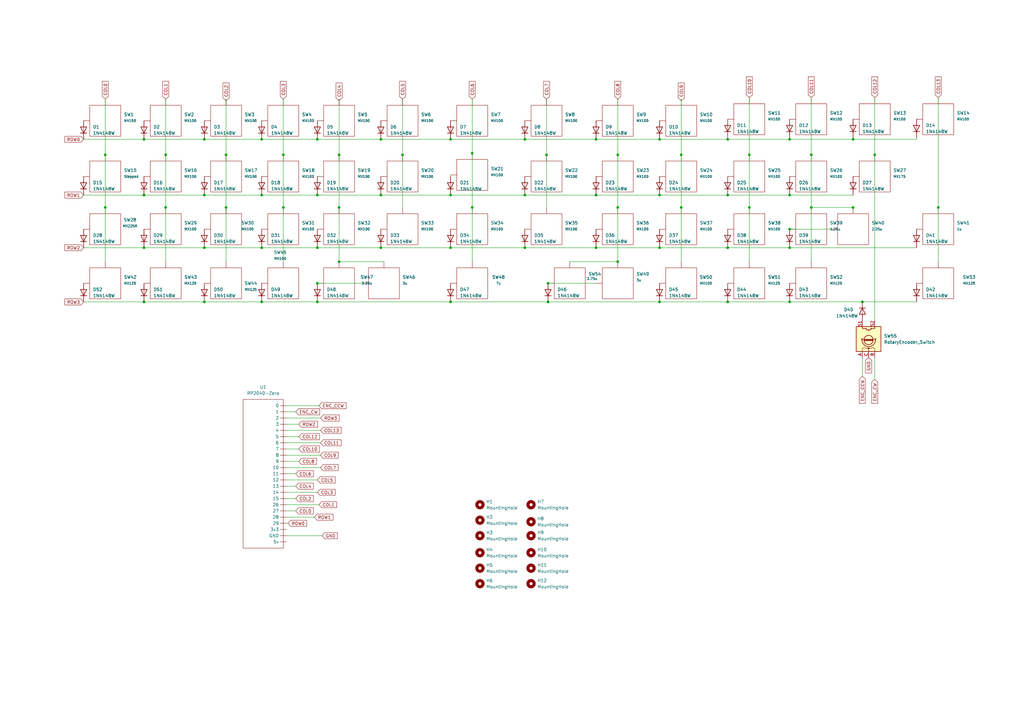
<source format=kicad_sch>
(kicad_sch (version 20230121) (generator eeschema)
  (paper "A3")
  (junction (at 224.79 123.825))
  (junction (at 92.71 85.09))
  (junction (at 43.18 63.5))
  (junction (at 307.34 85.09))
  (junction (at 270.51 101.6))
  (junction (at 165.1 63.5))
  (junction (at 83.82 80.01))
  (junction (at 349.885 85.09))
  (junction (at 384.81 85.09))
  (junction (at 253.365 63.5))
  (junction (at 323.85 93.98))
  (junction (at 244.475 57.15))
  (junction (at 307.34 63.5))
  (junction (at 59.055 123.825))
  (junction (at 116.205 63.5))
  (junction (at 224.79 116.205))
  (junction (at 156.21 57.15))
  (junction (at 156.21 101.6))
  (junction (at 92.71 63.5))
  (junction (at 156.21 80.01))
  (junction (at 139.065 63.5))
  (junction (at 253.365 107.315))
  (junction (at 184.785 123.825))
  (junction (at 184.785 80.01))
  (junction (at 83.82 123.825))
  (junction (at 244.475 80.01))
  (junction (at 244.475 101.6))
  (junction (at 59.055 57.15))
  (junction (at 298.45 123.825))
  (junction (at 270.51 57.15))
  (junction (at 59.055 80.01))
  (junction (at 323.85 57.15))
  (junction (at 67.945 85.09))
  (junction (at 43.18 85.09))
  (junction (at 298.45 57.15))
  (junction (at 279.4 63.5))
  (junction (at 107.315 123.825))
  (junction (at 215.265 57.15))
  (junction (at 59.055 101.6))
  (junction (at 116.205 85.09))
  (junction (at 107.315 57.15))
  (junction (at 130.175 123.825))
  (junction (at 224.155 63.5))
  (junction (at 349.885 57.15))
  (junction (at 358.775 63.5))
  (junction (at 83.82 101.6))
  (junction (at 332.74 63.5))
  (junction (at 279.4 85.09))
  (junction (at 298.45 101.6))
  (junction (at 139.065 107.315))
  (junction (at 215.265 101.6))
  (junction (at 193.675 62.865))
  (junction (at 270.51 123.825))
  (junction (at 130.175 116.205))
  (junction (at 353.695 123.825))
  (junction (at 323.85 101.6))
  (junction (at 184.785 101.6))
  (junction (at 323.85 80.01))
  (junction (at 107.315 80.01))
  (junction (at 130.175 57.15))
  (junction (at 215.265 80.01))
  (junction (at 184.785 57.15))
  (junction (at 193.675 85.09))
  (junction (at 130.175 101.6))
  (junction (at 107.315 101.6))
  (junction (at 83.82 57.15))
  (junction (at 298.45 80.01))
  (junction (at 270.51 80.01))
  (junction (at 323.85 123.825))
  (junction (at 67.945 63.5))
  (junction (at 139.065 85.09))
  (junction (at 130.175 80.01))
  (junction (at 332.74 85.09))
  (junction (at 253.365 85.09))
  (wire (pts (xy 107.315 80.01) (xy 130.175 80.01)))
  (wire (pts (xy 132.08 219.71) (xy 117.475 219.71)))
  (wire (pts (xy 92.71 85.09) (xy 92.71 107.315)))
  (wire (pts (xy 279.4 40.64) (xy 279.4 63.5)))
  (wire (pts (xy 156.21 57.15) (xy 184.785 57.15)))
  (wire (pts (xy 122.555 179.07) (xy 117.475 179.07)))
  (wire (pts (xy 131.445 171.45) (xy 117.475 171.45)))
  (wire (pts (xy 121.285 209.55) (xy 117.475 209.55)))
  (wire (pts (xy 118.11 214.63) (xy 117.475 214.63)))
  (wire (pts (xy 358.775 131.445) (xy 358.775 63.5)))
  (wire (pts (xy 59.055 57.15) (xy 83.82 57.15)))
  (wire (pts (xy 349.885 57.15) (xy 375.92 57.15)))
  (wire (pts (xy 130.175 80.01) (xy 156.21 80.01)))
  (wire (pts (xy 116.205 40.64) (xy 116.205 63.5)))
  (wire (pts (xy 131.445 176.53) (xy 117.475 176.53)))
  (wire (pts (xy 131.445 181.61) (xy 117.475 181.61)))
  (wire (pts (xy 121.285 168.91) (xy 117.475 168.91)))
  (wire (pts (xy 67.945 40.64) (xy 67.945 63.5)))
  (wire (pts (xy 83.82 80.01) (xy 107.315 80.01)))
  (wire (pts (xy 130.175 116.205) (xy 148.59 116.205)))
  (wire (pts (xy 131.445 186.69) (xy 117.475 186.69)))
  (wire (pts (xy 215.265 57.15) (xy 244.475 57.15)))
  (wire (pts (xy 130.175 101.6) (xy 156.21 101.6)))
  (wire (pts (xy 130.81 207.01) (xy 117.475 207.01)))
  (wire (pts (xy 121.285 199.39) (xy 117.475 199.39)))
  (wire (pts (xy 184.785 71.755) (xy 184.785 72.39)))
  (wire (pts (xy 121.285 204.47) (xy 117.475 204.47)))
  (wire (pts (xy 156.21 101.6) (xy 184.785 101.6)))
  (wire (pts (xy 139.065 63.5) (xy 139.065 85.09)))
  (wire (pts (xy 349.885 56.515) (xy 349.885 57.15)))
  (wire (pts (xy 43.18 40.64) (xy 43.18 63.5)))
  (wire (pts (xy 215.265 80.01) (xy 244.475 80.01)))
  (wire (pts (xy 270.51 80.01) (xy 298.45 80.01)))
  (wire (pts (xy 332.74 63.5) (xy 332.74 85.09)))
  (wire (pts (xy 353.695 154.305) (xy 353.695 146.685)))
  (wire (pts (xy 270.51 101.6) (xy 298.45 101.6)))
  (wire (pts (xy 193.675 62.865) (xy 193.675 85.09)))
  (wire (pts (xy 130.81 166.37) (xy 117.475 166.37)))
  (wire (pts (xy 184.785 123.825) (xy 224.79 123.825)))
  (wire (pts (xy 116.205 85.09) (xy 116.205 107.315)))
  (wire (pts (xy 67.945 85.09) (xy 67.945 107.315)))
  (wire (pts (xy 121.285 194.31) (xy 117.475 194.31)))
  (wire (pts (xy 279.4 85.09) (xy 279.4 107.315)))
  (wire (pts (xy 43.18 63.5) (xy 43.18 85.09)))
  (wire (pts (xy 122.555 173.99) (xy 117.475 173.99)))
  (wire (pts (xy 83.82 57.15) (xy 107.315 57.15)))
  (wire (pts (xy 34.29 80.01) (xy 59.055 80.01)))
  (wire (pts (xy 332.74 40.005) (xy 332.74 63.5)))
  (wire (pts (xy 139.065 85.09) (xy 139.065 107.315)))
  (wire (pts (xy 298.45 123.825) (xy 323.85 123.825)))
  (wire (pts (xy 107.315 101.6) (xy 130.175 101.6)))
  (wire (pts (xy 244.475 57.15) (xy 270.51 57.15)))
  (wire (pts (xy 67.945 63.5) (xy 67.945 85.09)))
  (wire (pts (xy 224.79 116.205) (xy 244.475 116.205)))
  (wire (pts (xy 165.1 63.5) (xy 165.1 85.09)))
  (wire (pts (xy 116.205 63.5) (xy 116.205 85.09)))
  (wire (pts (xy 122.555 189.23) (xy 117.475 189.23)))
  (wire (pts (xy 323.85 101.6) (xy 375.92 101.6)))
  (wire (pts (xy 307.34 63.5) (xy 307.34 85.09)))
  (wire (pts (xy 298.45 101.6) (xy 323.85 101.6)))
  (wire (pts (xy 83.82 123.825) (xy 107.315 123.825)))
  (wire (pts (xy 307.34 85.09) (xy 307.34 107.315)))
  (wire (pts (xy 323.85 80.01) (xy 349.885 80.01)))
  (wire (pts (xy 270.51 123.825) (xy 298.45 123.825)))
  (wire (pts (xy 139.065 107.315) (xy 157.48 107.315)))
  (wire (pts (xy 131.445 191.77) (xy 117.475 191.77)))
  (wire (pts (xy 59.055 101.6) (xy 83.82 101.6)))
  (wire (pts (xy 184.785 80.01) (xy 215.265 80.01)))
  (wire (pts (xy 83.82 101.6) (xy 107.315 101.6)))
  (wire (pts (xy 349.885 85.725) (xy 349.885 85.09)))
  (wire (pts (xy 298.45 56.515) (xy 298.45 57.15)))
  (wire (pts (xy 253.365 63.5) (xy 253.365 85.09)))
  (wire (pts (xy 165.1 40.64) (xy 165.1 63.5)))
  (wire (pts (xy 353.695 123.825) (xy 375.92 123.825)))
  (wire (pts (xy 107.315 123.825) (xy 130.175 123.825)))
  (wire (pts (xy 92.71 63.5) (xy 92.71 85.09)))
  (wire (pts (xy 92.71 40.64) (xy 92.71 63.5)))
  (wire (pts (xy 122.555 184.15) (xy 117.475 184.15)))
  (wire (pts (xy 128.905 212.09) (xy 117.475 212.09)))
  (wire (pts (xy 34.29 57.15) (xy 59.055 57.15)))
  (wire (pts (xy 215.265 101.6) (xy 244.475 101.6)))
  (wire (pts (xy 253.365 85.09) (xy 253.365 107.315)))
  (wire (pts (xy 279.4 63.5) (xy 279.4 85.09)))
  (wire (pts (xy 323.85 123.825) (xy 353.695 123.825)))
  (wire (pts (xy 59.055 123.825) (xy 83.82 123.825)))
  (wire (pts (xy 349.885 85.09) (xy 332.74 85.09)))
  (wire (pts (xy 139.065 40.64) (xy 139.065 63.5)))
  (wire (pts (xy 130.175 123.825) (xy 184.785 123.825)))
  (wire (pts (xy 358.775 155.575) (xy 358.775 146.685)))
  (wire (pts (xy 233.68 107.315) (xy 253.365 107.315)))
  (wire (pts (xy 130.175 201.93) (xy 117.475 201.93)))
  (wire (pts (xy 244.475 80.01) (xy 270.51 80.01)))
  (wire (pts (xy 224.155 63.5) (xy 224.155 85.09)))
  (wire (pts (xy 307.34 40.005) (xy 307.34 63.5)))
  (wire (pts (xy 224.155 40.64) (xy 224.155 63.5)))
  (wire (pts (xy 253.365 40.64) (xy 253.365 63.5)))
  (wire (pts (xy 244.475 101.6) (xy 270.51 101.6)))
  (wire (pts (xy 384.81 40.005) (xy 384.81 85.09)))
  (wire (pts (xy 298.45 80.01) (xy 323.85 80.01)))
  (wire (pts (xy 43.18 85.09) (xy 43.18 107.315)))
  (wire (pts (xy 193.675 85.09) (xy 193.675 107.315)))
  (wire (pts (xy 59.055 80.01) (xy 83.82 80.01)))
  (wire (pts (xy 224.79 123.825) (xy 270.51 123.825)))
  (wire (pts (xy 184.785 101.6) (xy 215.265 101.6)))
  (wire (pts (xy 34.29 123.825) (xy 59.055 123.825)))
  (wire (pts (xy 384.81 85.09) (xy 384.81 107.315)))
  (wire (pts (xy 130.175 196.85) (xy 117.475 196.85)))
  (wire (pts (xy 184.785 57.15) (xy 215.265 57.15)))
  (wire (pts (xy 358.775 40.005) (xy 358.775 63.5)))
  (wire (pts (xy 193.675 40.64) (xy 193.675 62.865)))
  (wire (pts (xy 323.85 57.15) (xy 349.885 57.15)))
  (wire (pts (xy 375.92 57.15) (xy 375.92 56.515)))
  (wire (pts (xy 323.85 93.98) (xy 340.995 93.98)))
  (wire (pts (xy 130.175 57.15) (xy 156.21 57.15)))
  (wire (pts (xy 270.51 57.15) (xy 298.45 57.15)))
  (wire (pts (xy 332.74 85.09) (xy 332.74 107.315)))
  (wire (pts (xy 156.21 80.01) (xy 184.785 80.01)))
  (wire (pts (xy 298.45 57.15) (xy 323.85 57.15)))
  (wire (pts (xy 34.29 101.6) (xy 59.055 101.6)))
  (wire (pts (xy 107.315 57.15) (xy 130.175 57.15)))
  (wire (pts (xy 323.85 56.515) (xy 323.85 57.15)))
  (global_label "COL3" (shape input) (at 130.175 201.93 0) (property "Intersheetrefs" "${INTERSHEET_REFS}" (effects hide)))
  (global_label "COL2" (shape input) (at 92.71 41.275 90) (property "Intersheetrefs" "${INTERSHEET_REFS}" (effects hide)))
  (global_label "COL5" (shape input) (at 130.175 196.85 0) (property "Intersheetrefs" "${INTERSHEET_REFS}" (effects hide)))
  (global_label "COL4" (shape input) (at 121.285 199.39 0) (property "Intersheetrefs" "${INTERSHEET_REFS}" (effects hide)))
  (global_label "COL0" (shape input) (at 43.18 40.64 90) (property "Intersheetrefs" "${INTERSHEET_REFS}" (effects hide)))
  (global_label "ROW1" (shape input) (at 128.905 212.09 0) (property "Intersheetrefs" "${INTERSHEET_REFS}" (effects hide)))
  (global_label "ENC_CCW" (shape input) (at 130.81 166.37 0) (property "Intersheetrefs" "${INTERSHEET_REFS}" (effects hide)))
  (global_label "ROW1" (shape input) (at 34.29 80.01 180) (property "Intersheetrefs" "${INTERSHEET_REFS}" (effects hide)))
  (global_label "ROW2" (shape input) (at 122.555 173.99 0) (property "Intersheetrefs" "${INTERSHEET_REFS}" (effects hide)))
  (global_label "COL7" (shape input) (at 131.445 191.77 0) (property "Intersheetrefs" "${INTERSHEET_REFS}" (effects hide)))
  (global_label "COL2" (shape input) (at 121.285 204.47 0) (property "Intersheetrefs" "${INTERSHEET_REFS}" (effects hide)))
  (global_label "COL8" (shape input) (at 253.365 40.64 90) (property "Intersheetrefs" "${INTERSHEET_REFS}" (effects hide)))
  (global_label "COL9" (shape input) (at 131.445 186.69 0) (property "Intersheetrefs" "${INTERSHEET_REFS}" (effects hide)))
  (global_label "ROW0" (shape input) (at 118.11 214.63 0) (property "Intersheetrefs" "${INTERSHEET_REFS}" (effects hide)))
  (global_label "COL13" (shape input) (at 131.445 176.53 0) (property "Intersheetrefs" "${INTERSHEET_REFS}" (effects hide)))
  (global_label "COL8" (shape input) (at 122.555 189.23 0) (property "Intersheetrefs" "${INTERSHEET_REFS}" (effects hide)))
  (global_label "ROW0" (shape input) (at 34.29 57.15 180) (property "Intersheetrefs" "${INTERSHEET_REFS}" (effects hide)))
  (global_label "GND" (shape input) (at 132.08 219.71 0) (property "Intersheetrefs" "${INTERSHEET_REFS}" (effects hide)))
  (global_label "COL1" (shape input) (at 67.945 40.64 90) (property "Intersheetrefs" "${INTERSHEET_REFS}" (effects hide)))
  (global_label "COL12" (shape input) (at 122.555 179.07 0) (property "Intersheetrefs" "${INTERSHEET_REFS}" (effects hide)))
  (global_label "ROW2" (shape input) (at 34.29 101.6 180) (property "Intersheetrefs" "${INTERSHEET_REFS}" (effects hide)))
  (global_label "ROW3" (shape input) (at 131.445 171.45 0) (property "Intersheetrefs" "${INTERSHEET_REFS}" (effects hide)))
  (global_label "COL12" (shape input) (at 358.775 40.005 90) (property "Intersheetrefs" "${INTERSHEET_REFS}" (effects hide)))
  (global_label "COL11" (shape input) (at 332.74 40.005 90) (property "Intersheetrefs" "${INTERSHEET_REFS}" (effects hide)))
  (global_label "COL6" (shape input) (at 193.675 40.64 90) (property "Intersheetrefs" "${INTERSHEET_REFS}" (effects hide)))
  (global_label "COL3" (shape input) (at 116.205 40.64 90) (property "Intersheetrefs" "${INTERSHEET_REFS}" (effects hide)))
  (global_label "ENC_CW" (shape input) (at 358.775 155.575 270) (property "Intersheetrefs" "${INTERSHEET_REFS}" (effects hide)))
  (global_label "COL11" (shape input) (at 131.445 181.61 0) (property "Intersheetrefs" "${INTERSHEET_REFS}" (effects hide)))
  (global_label "COL10" (shape input) (at 307.34 40.005 90) (property "Intersheetrefs" "${INTERSHEET_REFS}" (effects hide)))
  (global_label "COL5" (shape input) (at 165.1 40.64 90) (property "Intersheetrefs" "${INTERSHEET_REFS}" (effects hide)))
  (global_label "ENC_CCW" (shape input) (at 353.695 154.305 270) (property "Intersheetrefs" "${INTERSHEET_REFS}" (effects hide)))
  (global_label "COL7" (shape input) (at 224.155 40.64 90) (property "Intersheetrefs" "${INTERSHEET_REFS}" (effects hide)))
  (global_label "ENC_CW" (shape input) (at 121.285 168.91 0) (property "Intersheetrefs" "${INTERSHEET_REFS}" (effects hide)))
  (global_label "COL9" (shape input) (at 279.4 41.275 90) (property "Intersheetrefs" "${INTERSHEET_REFS}" (effects hide)))
  (global_label "COL4" (shape input) (at 139.065 41.275 90) (property "Intersheetrefs" "${INTERSHEET_REFS}" (effects hide)))
  (global_label "COL1" (shape input) (at 130.81 207.01 0) (property "Intersheetrefs" "${INTERSHEET_REFS}" (effects hide)))
  (global_label "COL6" (shape input) (at 121.285 194.31 0) (property "Intersheetrefs" "${INTERSHEET_REFS}" (effects hide)))
  (global_label "GND" (shape input) (at 356.235 146.685 270) (property "Intersheetrefs" "${INTERSHEET_REFS}" (effects hide)))
  (global_label "ROW3" (shape input) (at 34.29 123.825 180) (property "Intersheetrefs" "${INTERSHEET_REFS}" (effects hide)))
  (global_label "COL0" (shape input) (at 121.285 209.55 0) (property "Intersheetrefs" "${INTERSHEET_REFS}" (effects hide)))
  (global_label "COL13" (shape input) (at 384.81 40.005 90) (property "Intersheetrefs" "${INTERSHEET_REFS}" (effects hide)))
  (global_label "COL10" (shape input) (at 122.555 184.15 0) (property "Intersheetrefs" "${INTERSHEET_REFS}" (effects hide)))
  (symbol (lib_id "acheronSymbols:MXSwitch") (at 349.885 93.98 0) (unit 1)
    (property "Reference" "SW40" (at 357.505 91.44 0) (effects (justify left)))
    (property "Value" "2.25u" (at 357.505 93.98 0) (effects (font (size 0.9906 0.9906)) (justify left)))
    (property "Footprint" "JST-SH-Connectors-master:MX225" (effects hide))
  )
  (symbol (lib_id "acheronSymbols:MXSwitch") (at 165.1 49.53 0) (unit 1)
    (property "Reference" "SW6" (at 172.72 46.99 0) (effects (justify left)))
    (property "Value" "MX100" (at 172.72 49.53 0) (effects (font (size 0.9906 0.9906)) (justify left)))
    (property "Footprint" "JST-SH-Connectors-master:MX100" (effects hide))
  )
  (symbol (lib_id "Diode:1N4148W") (at 270.51 120.015 90) (unit 1)
    (property "Reference" "D45" (at 274.32 118.745 90) (effects (justify right)))
    (property "Value" "1N4148W" (at 274.32 121.285 90) (effects (justify right)))
    (property "Footprint" "JST-SH-Connectors-master:D_SOD-123" (effects hide))
    (property "Datasheet" "https://www.vishay.com/docs/85748/1n4148w.pdf" (effects hide))
    (property "Sim.Device" "D" (effects hide))
    (property "Sim.Pins" "1=K 2=A" (effects hide))
  )
  (symbol (lib_id "acheronSymbols:MXSwitch") (at 92.71 116.205 0) (unit 1)
    (property "Reference" "SW44" (at 102.87 116.205 0))
    (property "Value" "MX125" (at 102.87 118.745 0) (effects (font (size 0.9906 0.9906))))
    (property "Footprint" "JST-SH-Connectors-master:MX125" (effects hide))
  )
  (symbol (lib_id "acheronSymbols:MXSwitch") (at 253.365 116.205 0) (unit 1)
    (property "Reference" "SW49" (at 260.985 112.395 0) (effects (justify left)))
    (property "Value" "3u" (at 260.985 114.935 0) (effects (font (size 0.9906 0.9906)) (justify left)))
    (property "Footprint" "JST-SH-Connectors-master:MX300R" (effects hide))
  )
  (symbol (lib_id "Diode:1N4148W") (at 107.315 97.79 90) (unit 1)
    (property "Reference" "D31" (at 111.125 96.52 90) (effects (justify right)))
    (property "Value" "1N4148W" (at 111.125 99.06 90) (effects (justify right)))
    (property "Footprint" "JST-SH-Connectors-master:D_SOD-123" (effects hide))
    (property "Datasheet" "https://www.vishay.com/docs/85748/1n4148w.pdf" (effects hide))
    (property "Sim.Device" "D" (effects hide))
    (property "Sim.Pins" "1=K 2=A" (effects hide))
  )
  (symbol (lib_id "acheronSymbols:MXSwitch") (at 116.205 93.98 0) (unit 1)
    (property "Reference" "SW31" (at 123.825 91.44 0) (effects (justify left)))
    (property "Value" "MX100" (at 123.825 93.98 0) (effects (font (size 0.9906 0.9906)) (justify left)))
    (property "Footprint" "JST-SH-Connectors-master:MX100" (effects hide))
  )
  (symbol (lib_id "Diode:1N4148W") (at 323.85 97.79 90) (unit 1)
    (property "Reference" "D39" (at 327.66 96.52 90) (effects (justify right)))
    (property "Value" "1N4148W" (at 327.66 99.06 90) (effects (justify right)))
    (property "Footprint" "JST-SH-Connectors-master:D_SOD-123" (effects hide))
    (property "Datasheet" "https://www.vishay.com/docs/85748/1n4148w.pdf" (effects hide))
    (property "Sim.Device" "D" (effects hide))
    (property "Sim.Pins" "1=K 2=A" (effects hide))
  )
  (symbol (lib_id "Device:RotaryEncoder_Switch") (at 356.235 139.065 90) (unit 1)
    (property "Reference" "SW55" (at 362.585 137.795 90) (effects (justify right)))
    (property "Value" "RotaryEncoder_Switch" (at 362.585 140.335 90) (effects (justify right)))
    (property "Footprint" "JST-SH-Connectors-master:RotaryEncoder_Alps_EC11E-Switch_Vertical_H20mm" (effects hide))
  )
  (symbol (lib_id "Diode:1N4148W") (at 375.92 97.79 90) (unit 1)
    (property "Reference" "D41" (at 379.73 96.52 90) (effects (justify right)))
    (property "Value" "1N4148W" (at 379.73 99.06 90) (effects (justify right)))
    (property "Footprint" "JST-SH-Connectors-master:D_SOD-123" (effects hide))
    (property "Datasheet" "https://www.vishay.com/docs/85748/1n4148w.pdf" (effects hide))
    (property "Sim.Device" "D" (effects hide))
    (property "Sim.Pins" "1=K 2=A" (effects hide))
  )
  (symbol (lib_id "Diode:1N4148W") (at 83.82 120.015 90) (unit 1)
    (property "Reference" "D50" (at 87.63 118.745 90) (effects (justify right)))
    (property "Value" "1N4148W" (at 87.63 121.285 90) (effects (justify right)))
    (property "Footprint" "JST-SH-Connectors-master:D_SOD-123" (effects hide))
    (property "Datasheet" "https://www.vishay.com/docs/85748/1n4148w.pdf" (effects hide))
    (property "Sim.Device" "D" (effects hide))
    (property "Sim.Pins" "1=K 2=A" (effects hide))
  )
  (symbol (lib_id "Diode:1N4148W") (at 323.85 52.705 90) (unit 1)
    (property "Reference" "D12" (at 327.66 51.435 90) (effects (justify right)))
    (property "Value" "1N4148W" (at 327.66 53.975 90) (effects (justify right)))
    (property "Footprint" "JST-SH-Connectors-master:D_SOD-123" (effects hide))
    (property "Datasheet" "https://www.vishay.com/docs/85748/1n4148w.pdf" (effects hide))
    (property "Sim.Device" "D" (effects hide))
    (property "Sim.Pins" "1=K 2=A" (effects hide))
  )
  (symbol (lib_id "Diode:1N4148W") (at 184.785 76.2 90) (unit 1)
    (property "Reference" "D21" (at 188.595 74.93 90) (effects (justify right)))
    (property "Value" "1N4148W" (at 188.595 77.47 90) (effects (justify right)))
    (property "Footprint" "JST-SH-Connectors-master:D_SOD-123" (effects hide))
    (property "Datasheet" "https://www.vishay.com/docs/85748/1n4148w.pdf" (effects hide))
    (property "Sim.Device" "D" (effects hide))
    (property "Sim.Pins" "1=K 2=A" (effects hide))
  )
  (symbol (lib_id "acheronSymbols:MXSwitch") (at 165.1 93.98 0) (unit 1)
    (property "Reference" "SW33" (at 172.72 91.44 0) (effects (justify left)))
    (property "Value" "MX100" (at 172.72 93.98 0) (effects (font (size 0.9906 0.9906)) (justify left)))
    (property "Footprint" "JST-SH-Connectors-master:MX100" (effects hide))
  )
  (symbol (lib_id "acheronSymbols:MXSwitch") (at 193.675 71.755 0) (unit 1)
    (property "Reference" "SW21" (at 201.295 69.215 0) (effects (justify left)))
    (property "Value" "MX100" (at 201.295 71.755 0) (effects (font (size 0.9906 0.9906)) (justify left)))
    (property "Footprint" "JST-SH-Connectors-master:MX100" (effects hide))
  )
  (symbol (lib_id "acheronSymbols:MXSwitch") (at 332.74 72.39 0) (unit 1)
    (property "Reference" "SW26" (at 340.36 69.85 0) (effects (justify left)))
    (property "Value" "MX100" (at 340.36 72.39 0) (effects (font (size 0.9906 0.9906)) (justify left)))
    (property "Footprint" "JST-SH-Connectors-master:MX100" (effects hide))
  )
  (symbol (lib_id "Diode:1N4148W") (at 375.92 120.015 90) (unit 1)
    (property "Reference" "D42" (at 379.73 118.745 90) (effects (justify right)))
    (property "Value" "1N4148W" (at 379.73 121.285 90) (effects (justify right)))
    (property "Footprint" "JST-SH-Connectors-master:D_SOD-123" (effects hide))
    (property "Datasheet" "https://www.vishay.com/docs/85748/1n4148w.pdf" (effects hide))
    (property "Sim.Device" "D" (effects hide))
    (property "Sim.Pins" "1=K 2=A" (effects hide))
  )
  (symbol (lib_id "acheronSymbols:MXSwitch") (at 279.4 93.98 0) (unit 1)
    (property "Reference" "SW37" (at 287.02 91.44 0) (effects (justify left)))
    (property "Value" "MX100" (at 287.02 93.98 0) (effects (font (size 0.9906 0.9906)) (justify left)))
    (property "Footprint" "JST-SH-Connectors-master:MX100" (effects hide))
  )
  (symbol (lib_id "acheronSymbols:MXSwitch") (at 116.205 72.39 0) (unit 1)
    (property "Reference" "SW18" (at 123.825 69.85 0) (effects (justify left)))
    (property "Value" "MX100" (at 123.825 72.39 0) (effects (font (size 0.9906 0.9906)) (justify left)))
    (property "Footprint" "JST-SH-Connectors-master:MX100" (effects hide))
  )
  (symbol (lib_id "acheronSymbols:MXSwitch") (at 193.675 49.53 0) (unit 1)
    (property "Reference" "SW7" (at 201.295 46.99 0) (effects (justify left)))
    (property "Value" "MX100" (at 201.295 49.53 0) (effects (font (size 0.9906 0.9906)) (justify left)))
    (property "Footprint" "JST-SH-Connectors-master:MX100" (effects hide))
  )
  (symbol (lib_id "Mechanical:MountingHole") (at 217.805 213.995 0) (unit 1)
    (property "Reference" "H8" (at 220.345 212.725 0) (effects (justify left)))
    (property "Value" "MountingHole" (at 220.345 215.265 0) (effects (justify left)))
    (property "Footprint" "kapee-keeb-parts:MountingHole_2.2mm_M2_DIN965_Pad" (effects hide))
  )
  (symbol (lib_id "Diode:1N4148W") (at 244.475 53.34 90) (unit 1)
    (property "Reference" "D9" (at 248.285 52.07 90) (effects (justify right)))
    (property "Value" "1N4148W" (at 248.285 54.61 90) (effects (justify right)))
    (property "Footprint" "JST-SH-Connectors-master:D_SOD-123" (effects hide))
    (property "Datasheet" "https://www.vishay.com/docs/85748/1n4148w.pdf" (effects hide))
    (property "Sim.Device" "D" (effects hide))
    (property "Sim.Pins" "1=K 2=A" (effects hide))
  )
  (symbol (lib_id "Diode:1N4148W") (at 349.885 76.2 90) (unit 1)
    (property "Reference" "D27" (at 353.695 74.93 90) (effects (justify right)))
    (property "Value" "1N4148W" (at 353.695 77.47 90) (effects (justify right)))
    (property "Footprint" "JST-SH-Connectors-master:D_SOD-123" (effects hide))
    (property "Datasheet" "https://www.vishay.com/docs/85748/1n4148w.pdf" (effects hide))
    (property "Sim.Device" "D" (effects hide))
    (property "Sim.Pins" "1=K 2=A" (effects hide))
  )
  (symbol (lib_id "acheronSymbols:MXSwitch") (at 358.775 72.39 0) (unit 1)
    (property "Reference" "SW27" (at 366.395 69.85 0) (effects (justify left)))
    (property "Value" "MX175" (at 366.395 72.39 0) (effects (font (size 0.9906 0.9906)) (justify left)))
    (property "Footprint" "JST-SH-Connectors-master:MX175" (effects hide))
  )
  (symbol (lib_id "Diode:1N4148W") (at 130.175 76.2 90) (unit 1)
    (property "Reference" "D19" (at 133.985 74.93 90) (effects (justify right)))
    (property "Value" "1N4148W" (at 133.985 77.47 90) (effects (justify right)))
    (property "Footprint" "JST-SH-Connectors-master:D_SOD-123" (effects hide))
    (property "Datasheet" "https://www.vishay.com/docs/85748/1n4148w.pdf" (effects hide))
    (property "Sim.Device" "D" (effects hide))
    (property "Sim.Pins" "1=K 2=A" (effects hide))
  )
  (symbol (lib_id "acheronSymbols:MXSwitch") (at 67.945 116.205 0) (unit 1)
    (property "Reference" "SW43" (at 75.565 113.665 0) (effects (justify left)))
    (property "Value" "MX125" (at 75.565 116.205 0) (effects (font (size 0.9906 0.9906)) (justify left)))
    (property "Footprint" "JST-SH-Connectors-master:MX125" (effects hide))
  )
  (symbol (lib_id "Diode:1N4148W") (at 59.055 120.015 90) (unit 1)
    (property "Reference" "D51" (at 62.865 118.745 90) (effects (justify right)))
    (property "Value" "1N4148W" (at 62.865 121.285 90) (effects (justify right)))
    (property "Footprint" "JST-SH-Connectors-master:D_SOD-123" (effects hide))
    (property "Datasheet" "https://www.vishay.com/docs/85748/1n4148w.pdf" (effects hide))
    (property "Sim.Device" "D" (effects hide))
    (property "Sim.Pins" "1=K 2=A" (effects hide))
  )
  (symbol (lib_id "Diode:1N4148W") (at 130.175 97.79 90) (unit 1)
    (property "Reference" "D32" (at 133.985 96.52 90) (effects (justify right)))
    (property "Value" "1N4148W" (at 133.985 99.06 90) (effects (justify right)))
    (property "Footprint" "JST-SH-Connectors-master:D_SOD-123" (effects hide))
    (property "Datasheet" "https://www.vishay.com/docs/85748/1n4148w.pdf" (effects hide))
    (property "Sim.Device" "D" (effects hide))
    (property "Sim.Pins" "1=K 2=A" (effects hide))
  )
  (symbol (lib_id "Mechanical:MountingHole") (at 217.805 219.71 0) (unit 1)
    (property "Reference" "H9" (at 220.345 218.44 0) (effects (justify left)))
    (property "Value" "MountingHole" (at 220.345 220.98 0) (effects (justify left)))
    (property "Footprint" "kapee-keeb-parts:MountingHole_2.2mm_M2_DIN965_Pad" (effects hide))
  )
  (symbol (lib_id "Diode:1N4148W") (at 270.51 53.34 90) (unit 1)
    (property "Reference" "D10" (at 274.32 52.07 90) (effects (justify right)))
    (property "Value" "1N4148W" (at 274.32 54.61 90) (effects (justify right)))
    (property "Footprint" "JST-SH-Connectors-master:D_SOD-123" (effects hide))
    (property "Datasheet" "https://www.vishay.com/docs/85748/1n4148w.pdf" (effects hide))
    (property "Sim.Device" "D" (effects hide))
    (property "Sim.Pins" "1=K 2=A" (effects hide))
  )
  (symbol (lib_id "Diode:1N4148W") (at 83.82 97.79 90) (unit 1)
    (property "Reference" "D30" (at 87.63 96.52 90) (effects (justify right)))
    (property "Value" "1N4148W" (at 87.63 99.06 90) (effects (justify right)))
    (property "Footprint" "JST-SH-Connectors-master:D_SOD-123" (effects hide))
    (property "Datasheet" "https://www.vishay.com/docs/85748/1n4148w.pdf" (effects hide))
    (property "Sim.Device" "D" (effects hide))
    (property "Sim.Pins" "1=K 2=A" (effects hide))
  )
  (symbol (lib_id "Diode:1N4148W") (at 156.21 76.2 90) (unit 1)
    (property "Reference" "D20" (at 160.02 74.93 90) (effects (justify right)))
    (property "Value" "1N4148W" (at 160.02 77.47 90) (effects (justify right)))
    (property "Footprint" "JST-SH-Connectors-master:D_SOD-123" (effects hide))
    (property "Datasheet" "https://www.vishay.com/docs/85748/1n4148w.pdf" (effects hide))
    (property "Sim.Device" "D" (effects hide))
    (property "Sim.Pins" "1=K 2=A" (effects hide))
  )
  (symbol (lib_id "Diode:1N4148W") (at 107.315 120.015 90) (unit 1)
    (property "Reference" "D49" (at 111.125 118.745 90) (effects (justify right)))
    (property "Value" "1N4148W" (at 111.125 121.285 90) (effects (justify right)))
    (property "Footprint" "JST-SH-Connectors-master:D_SOD-123" (effects hide))
    (property "Datasheet" "https://www.vishay.com/docs/85748/1n4148w.pdf" (effects hide))
    (property "Sim.Device" "D" (effects hide))
    (property "Sim.Pins" "1=K 2=A" (effects hide))
  )
  (symbol (lib_id "acheronSymbols:MXSwitch") (at 43.18 93.98 0) (unit 1)
    (property "Reference" "SW28" (at 53.34 90.17 0))
    (property "Value" "MX225R" (at 53.34 92.71 0) (effects (font (size 0.9906 0.9906))))
    (property "Footprint" "JST-SH-Connectors-master:MX225" (effects hide))
  )
  (symbol (lib_id "Mechanical:MountingHole") (at 196.85 207.01 0) (unit 1)
    (property "Reference" "H1" (at 199.39 205.74 0) (effects (justify left)))
    (property "Value" "MountingHole" (at 199.39 208.28 0) (effects (justify left)))
    (property "Footprint" "kapee-keeb-parts:MountingHole_2.2mm_M2_DIN965_Pad" (effects hide))
  )
  (symbol (lib_id "Mechanical:MountingHole") (at 217.805 226.695 0) (unit 1)
    (property "Reference" "H10" (at 220.345 225.425 0) (effects (justify left)))
    (property "Value" "MountingHole" (at 220.345 227.965 0) (effects (justify left)))
    (property "Footprint" "kapee-keeb-parts:MountingHole_2.2mm_M2_DIN965_Pad" (effects hide))
  )
  (symbol (lib_id "acheronSymbols:MXSwitch") (at 139.065 72.39 0) (unit 1)
    (property "Reference" "SW19" (at 146.685 69.85 0) (effects (justify left)))
    (property "Value" "MX100" (at 146.685 72.39 0) (effects (font (size 0.9906 0.9906)) (justify left)))
    (property "Footprint" "JST-SH-Connectors-master:MX100" (effects hide))
  )
  (symbol (lib_id "Diode:1N4148W") (at 83.82 53.34 90) (unit 1)
    (property "Reference" "D3" (at 87.63 52.07 90) (effects (justify right)))
    (property "Value" "1N4148W" (at 87.63 54.61 90) (effects (justify right)))
    (property "Footprint" "JST-SH-Connectors-master:D_SOD-123" (effects hide))
    (property "Datasheet" "https://www.vishay.com/docs/85748/1n4148w.pdf" (effects hide))
    (property "Sim.Device" "D" (effects hide))
    (property "Sim.Pins" "1=K 2=A" (effects hide))
  )
  (symbol (lib_id "acheronSymbols:MXSwitch") (at 92.71 72.39 0) (unit 1)
    (property "Reference" "SW17" (at 100.33 69.85 0) (effects (justify left)))
    (property "Value" "MX100" (at 100.33 72.39 0) (effects (font (size 0.9906 0.9906)) (justify left)))
    (property "Footprint" "JST-SH-Connectors-master:MX100" (effects hide))
  )
  (symbol (lib_id "Diode:1N4148W") (at 353.695 127.635 270) (unit 1)
    (property "Reference" "D40" (at 346.075 127 90) (effects (justify left)))
    (property "Value" "1N4148W" (at 342.9 129.54 90) (effects (justify left)))
    (property "Footprint" "JST-SH-Connectors-master:D_SOD-123" (effects hide))
    (property "Datasheet" "https://www.vishay.com/docs/85748/1n4148w.pdf" (effects hide))
    (property "Sim.Device" "D" (effects hide))
    (property "Sim.Pins" "1=K 2=A" (effects hide))
  )
  (symbol (lib_id "acheronSymbols:MXSwitch") (at 224.155 72.39 0) (unit 1)
    (property "Reference" "SW22" (at 231.775 69.85 0) (effects (justify left)))
    (property "Value" "MX100" (at 231.775 72.39 0) (effects (font (size 0.9906 0.9906)) (justify left)))
    (property "Footprint" "JST-SH-Connectors-master:MX100" (effects hide))
  )
  (symbol (lib_id "Diode:1N4148W") (at 298.45 52.705 90) (unit 1)
    (property "Reference" "D11" (at 302.26 51.435 90) (effects (justify right)))
    (property "Value" "1N4148W" (at 302.26 53.975 90) (effects (justify right)))
    (property "Footprint" "JST-SH-Connectors-master:D_SOD-123" (effects hide))
    (property "Datasheet" "https://www.vishay.com/docs/85748/1n4148w.pdf" (effects hide))
    (property "Sim.Device" "D" (effects hide))
    (property "Sim.Pins" "1=K 2=A" (effects hide))
  )
  (symbol (lib_id "acheronSymbols:MXSwitch") (at 193.675 93.98 0) (unit 1)
    (property "Reference" "SW34" (at 201.295 91.44 0) (effects (justify left)))
    (property "Value" "MX100" (at 201.295 93.98 0) (effects (font (size 0.9906 0.9906)) (justify left)))
    (property "Footprint" "JST-SH-Connectors-master:MX100" (effects hide))
  )
  (symbol (lib_id "Diode:1N4148W") (at 298.45 76.2 90) (unit 1)
    (property "Reference" "D25" (at 302.26 74.93 90) (effects (justify right)))
    (property "Value" "1N4148W" (at 302.26 77.47 90) (effects (justify right)))
    (property "Footprint" "JST-SH-Connectors-master:D_SOD-123" (effects hide))
    (property "Datasheet" "https://www.vishay.com/docs/85748/1n4148w.pdf" (effects hide))
    (property "Sim.Device" "D" (effects hide))
    (property "Sim.Pins" "1=K 2=A" (effects hide))
  )
  (symbol (lib_id "Mechanical:MountingHole") (at 196.85 233.045 0) (unit 1)
    (property "Reference" "H5" (at 199.39 231.775 0) (effects (justify left)))
    (property "Value" "MountingHole" (at 199.39 234.315 0) (effects (justify left)))
    (property "Footprint" "kapee-keeb-parts:MountingHole_2.2mm_M2_DIN965_Pad" (effects hide))
  )
  (symbol (lib_id "acheronSymbols:MXSwitch") (at 332.74 116.205 0) (unit 1)
    (property "Reference" "SW52" (at 340.36 113.665 0) (effects (justify left)))
    (property "Value" "MX125" (at 340.36 116.205 0) (effects (font (size 0.9906 0.9906)) (justify left)))
    (property "Footprint" "JST-SH-Connectors-master:MX125" (effects hide))
  )
  (symbol (lib_id "Diode:1N4148W") (at 215.265 97.79 90) (unit 1)
    (property "Reference" "D35" (at 219.075 96.52 90) (effects (justify right)))
    (property "Value" "1N4148W" (at 219.075 99.06 90) (effects (justify right)))
    (property "Footprint" "JST-SH-Connectors-master:D_SOD-123" (effects hide))
    (property "Datasheet" "https://www.vishay.com/docs/85748/1n4148w.pdf" (effects hide))
    (property "Sim.Device" "D" (effects hide))
    (property "Sim.Pins" "1=K 2=A" (effects hide))
  )
  (symbol (lib_id "Diode:1N4148W") (at 34.29 76.2 90) (unit 1)
    (property "Reference" "D15" (at 38.1 74.93 90) (effects (justify right)))
    (property "Value" "1N4148W" (at 38.1 77.47 90) (effects (justify right)))
    (property "Footprint" "JST-SH-Connectors-master:D_SOD-123" (effects hide))
    (property "Datasheet" "https://www.vishay.com/docs/85748/1n4148w.pdf" (effects hide))
    (property "Sim.Device" "D" (effects hide))
    (property "Sim.Pins" "1=K 2=A" (effects hide))
  )
  (symbol (lib_id "Mechanical:MountingHole") (at 196.85 219.71 0) (unit 1)
    (property "Reference" "H3" (at 199.39 218.44 0) (effects (justify left)))
    (property "Value" "MountingHole" (at 199.39 220.98 0) (effects (justify left)))
    (property "Footprint" "kapee-keeb-parts:MountingHole_2.2mm_M2_DIN965_Pad" (effects hide))
  )
  (symbol (lib_id "acheronSymbols:MXSwitch") (at 279.4 72.39 0) (unit 1)
    (property "Reference" "SW24" (at 287.02 69.85 0) (effects (justify left)))
    (property "Value" "MX100" (at 287.02 72.39 0) (effects (font (size 0.9906 0.9906)) (justify left)))
    (property "Footprint" "JST-SH-Connectors-master:MX100" (effects hide))
  )
  (symbol (lib_id "Mechanical:MountingHole") (at 217.805 239.395 0) (unit 1)
    (property "Reference" "H12" (at 220.345 238.125 0) (effects (justify left)))
    (property "Value" "MountingHole" (at 220.345 240.665 0) (effects (justify left)))
    (property "Footprint" "kapee-keeb-parts:MountingHole_2.2mm_M2_DIN965_Pad" (effects hide))
  )
  (symbol (lib_id "Diode:1N4148W") (at 184.785 120.015 90) (unit 1)
    (property "Reference" "D47" (at 188.595 118.745 90) (effects (justify right)))
    (property "Value" "1N4148W" (at 188.595 121.285 90) (effects (justify right)))
    (property "Footprint" "JST-SH-Connectors-master:D_SOD-123" (effects hide))
    (property "Datasheet" "https://www.vishay.com/docs/85748/1n4148w.pdf" (effects hide))
    (property "Sim.Device" "D" (effects hide))
    (property "Sim.Pins" "1=K 2=A" (effects hide))
  )
  (symbol (lib_id "Diode:1N4148W") (at 298.45 97.79 90) (unit 1)
    (property "Reference" "D38" (at 302.26 96.52 90) (effects (justify right)))
    (property "Value" "1N4148W" (at 302.26 99.06 90) (effects (justify right)))
    (property "Footprint" "JST-SH-Connectors-master:D_SOD-123" (effects hide))
    (property "Datasheet" "https://www.vishay.com/docs/85748/1n4148w.pdf" (effects hide))
    (property "Sim.Device" "D" (effects hide))
    (property "Sim.Pins" "1=K 2=A" (effects hide))
  )
  (symbol (lib_id "Diode:1N4148W") (at 184.785 53.34 90) (unit 1)
    (property "Reference" "D7" (at 188.595 52.07 90) (effects (justify right)))
    (property "Value" "1N4148W" (at 188.595 54.61 90) (effects (justify right)))
    (property "Footprint" "JST-SH-Connectors-master:D_SOD-123" (effects hide))
    (property "Datasheet" "https://www.vishay.com/docs/85748/1n4148w.pdf" (effects hide))
    (property "Sim.Device" "D" (effects hide))
    (property "Sim.Pins" "1=K 2=A" (effects hide))
  )
  (symbol (lib_id "Diode:1N4148W") (at 107.315 53.34 90) (unit 1)
    (property "Reference" "D4" (at 111.125 52.07 90) (effects (justify right)))
    (property "Value" "1N4148W" (at 111.125 54.61 90) (effects (justify right)))
    (property "Footprint" "JST-SH-Connectors-master:D_SOD-123" (effects hide))
    (property "Datasheet" "https://www.vishay.com/docs/85748/1n4148w.pdf" (effects hide))
    (property "Sim.Device" "D" (effects hide))
    (property "Sim.Pins" "1=K 2=A" (effects hide))
  )
  (symbol (lib_id "acheronSymbols:MXSwitch") (at 384.81 93.98 0) (unit 1)
    (property "Reference" "SW41" (at 392.43 91.44 0) (effects (justify left)))
    (property "Value" "1u" (at 392.43 93.98 0) (effects (font (size 0.9906 0.9906)) (justify left)))
    (property "Footprint" "JST-SH-Connectors-master:MX100" (effects hide))
  )
  (symbol (lib_id "acheronSymbols:MXSwitch") (at 139.065 93.98 0) (unit 1)
    (property "Reference" "SW32" (at 146.685 91.44 0) (effects (justify left)))
    (property "Value" "MX100" (at 146.685 93.98 0) (effects (font (size 0.9906 0.9906)) (justify left)))
    (property "Footprint" "JST-SH-Connectors-master:MX100" (effects hide))
  )
  (symbol (lib_id "acheronSymbols:MXSwitch") (at 139.065 116.205 0) (unit 1)
    (property "Reference" "SW47" (at 150.495 113.665 0))
    (property "Value" "2.25u" (at 150.495 116.205 0) (effects (font (size 0.9906 0.9906))))
    (property "Footprint" "JST-SH-Connectors-master:MX225R" (effects hide))
  )
  (symbol (lib_id "Diode:1N4148W") (at 107.315 76.2 90) (unit 1)
    (property "Reference" "D18" (at 111.125 74.93 90) (effects (justify right)))
    (property "Value" "1N4148W" (at 111.125 77.47 90) (effects (justify right)))
    (property "Footprint" "JST-SH-Connectors-master:D_SOD-123" (effects hide))
    (property "Datasheet" "https://www.vishay.com/docs/85748/1n4148w.pdf" (effects hide))
    (property "Sim.Device" "D" (effects hide))
    (property "Sim.Pins" "1=K 2=A" (effects hide))
  )
  (symbol (lib_id "Diode:1N4148W") (at 130.175 120.015 90) (unit 1)
    (property "Reference" "D48" (at 133.985 118.745 90) (effects (justify right)))
    (property "Value" "1N4148W" (at 133.985 121.285 90) (effects (justify right)))
    (property "Footprint" "JST-SH-Connectors-master:D_SOD-123" (effects hide))
    (property "Datasheet" "https://www.vishay.com/docs/85748/1n4148w.pdf" (effects hide))
    (property "Sim.Device" "D" (effects hide))
    (property "Sim.Pins" "1=K 2=A" (effects hide))
  )
  (symbol (lib_id "acheronSymbols:MXSwitch") (at 307.34 93.98 0) (unit 1)
    (property "Reference" "SW38" (at 314.96 91.44 0) (effects (justify left)))
    (property "Value" "MX100" (at 314.96 93.98 0) (effects (font (size 0.9906 0.9906)) (justify left)))
    (property "Footprint" "JST-SH-Connectors-master:MX100" (effects hide))
  )
  (symbol (lib_id "acheronSymbols:MXSwitch") (at 253.365 93.98 0) (unit 1)
    (property "Reference" "SW36" (at 260.985 91.44 0) (effects (justify left)))
    (property "Value" "MX100" (at 260.985 93.98 0) (effects (font (size 0.9906 0.9906)) (justify left)))
    (property "Footprint" "JST-SH-Connectors-master:MX100" (effects hide))
  )
  (symbol (lib_id "Diode:1N4148W") (at 215.265 76.2 90) (unit 1)
    (property "Reference" "D22" (at 219.075 74.93 90) (effects (justify right)))
    (property "Value" "1N4148W" (at 219.075 77.47 90) (effects (justify right)))
    (property "Footprint" "JST-SH-Connectors-master:D_SOD-123" (effects hide))
    (property "Datasheet" "https://www.vishay.com/docs/85748/1n4148w.pdf" (effects hide))
    (property "Sim.Device" "D" (effects hide))
    (property "Sim.Pins" "1=K 2=A" (effects hide))
  )
  (symbol (lib_id "acheronSymbols:MXSwitch") (at 384.81 116.205 0) (unit 1)
    (property "Reference" "SW53" (at 397.51 113.665 0))
    (property "Value" "MX125" (at 397.51 116.205 0) (effects (font (size 0.9906 0.9906))))
    (property "Footprint" "JST-SH-Connectors-master:MX125" (effects hide))
  )
  (symbol (lib_id "Diode:1N4148W") (at 224.79 120.015 90) (unit 1)
    (property "Reference" "D46" (at 228.6 118.745 90) (effects (justify right)))
    (property "Value" "1N4148W" (at 228.6 121.285 90) (effects (justify right)))
    (property "Footprint" "JST-SH-Connectors-master:D_SOD-123" (effects hide))
    (property "Datasheet" "https://www.vishay.com/docs/85748/1n4148w.pdf" (effects hide))
    (property "Sim.Device" "D" (effects hide))
    (property "Sim.Pins" "1=K 2=A" (effects hide))
  )
  (symbol (lib_id "acheronSymbols:MXSwitch") (at 157.48 116.205 0) (unit 1)
    (property "Reference" "SW46" (at 165.1 113.665 0) (effects (justify left)))
    (property "Value" "3u" (at 165.1 116.205 0) (effects (font (size 0.9906 0.9906)) (justify left)))
    (property "Footprint" "JST-SH-Connectors-master:MX300R" (effects hide))
  )
  (symbol (lib_id "Diode:1N4148W") (at 59.055 97.79 90) (unit 1)
    (property "Reference" "D29" (at 62.865 96.52 90) (effects (justify right)))
    (property "Value" "1N4148W" (at 62.865 99.06 90) (effects (justify right)))
    (property "Footprint" "JST-SH-Connectors-master:D_SOD-123" (effects hide))
    (property "Datasheet" "https://www.vishay.com/docs/85748/1n4148w.pdf" (effects hide))
    (property "Sim.Device" "D" (effects hide))
    (property "Sim.Pins" "1=K 2=A" (effects hide))
  )
  (symbol (lib_id "acheronSymbols:MXSwitch") (at 307.34 72.39 0) (unit 1)
    (property "Reference" "SW25" (at 314.96 69.85 0) (effects (justify left)))
    (property "Value" "MX100" (at 314.96 72.39 0) (effects (font (size 0.9906 0.9906)) (justify left)))
    (property "Footprint" "JST-SH-Connectors-master:MX100" (effects hide))
  )
  (symbol (lib_id "acheronSymbols:MXSwitch") (at 116.205 49.53 0) (unit 1)
    (property "Reference" "SW4" (at 123.825 46.99 0) (effects (justify left)))
    (property "Value" "MX100" (at 123.825 49.53 0) (effects (font (size 0.9906 0.9906)) (justify left)))
    (property "Footprint" "JST-SH-Connectors-master:MX100" (effects hide))
  )
  (symbol (lib_id "Diode:1N4148W") (at 156.21 97.79 90) (unit 1)
    (property "Reference" "D33" (at 160.02 96.52 90) (effects (justify right)))
    (property "Value" "1N4148W" (at 160.02 99.06 90) (effects (justify right)))
    (property "Footprint" "JST-SH-Connectors-master:D_SOD-123" (effects hide))
    (property "Datasheet" "https://www.vishay.com/docs/85748/1n4148w.pdf" (effects hide))
    (property "Sim.Device" "D" (effects hide))
    (property "Sim.Pins" "1=K 2=A" (effects hide))
  )
  (symbol (lib_id "acheronSymbols:MXSwitch") (at 43.18 72.39 0) (unit 1)
    (property "Reference" "SW15" (at 50.8 69.85 0) (effects (justify left)))
    (property "Value" "Stepped" (at 50.8 72.39 0) (effects (font (size 0.9906 0.9906)) (justify left)))
    (property "Footprint" "JST-SH-Connectors-master:MX125" (effects hide))
  )
  (symbol (lib_id "Diode:1N4148W") (at 270.51 76.2 90) (unit 1)
    (property "Reference" "D24" (at 274.32 74.93 90) (effects (justify right)))
    (property "Value" "1N4148W" (at 274.32 77.47 90) (effects (justify right)))
    (property "Footprint" "JST-SH-Connectors-master:D_SOD-123" (effects hide))
    (property "Datasheet" "https://www.vishay.com/docs/85748/1n4148w.pdf" (effects hide))
    (property "Sim.Device" "D" (effects hide))
    (property "Sim.Pins" "1=K 2=A" (effects hide))
  )
  (symbol (lib_id "Diode:1N4148W") (at 83.82 76.2 90) (unit 1)
    (property "Reference" "D17" (at 87.63 74.93 90) (effects (justify right)))
    (property "Value" "1N4148W" (at 87.63 77.47 90) (effects (justify right)))
    (property "Footprint" "JST-SH-Connectors-master:D_SOD-123" (effects hide))
    (property "Datasheet" "https://www.vishay.com/docs/85748/1n4148w.pdf" (effects hide))
    (property "Sim.Device" "D" (effects hide))
    (property "Sim.Pins" "1=K 2=A" (effects hide))
  )
  (symbol (lib_id "acheronSymbols:MXSwitch") (at 279.4 49.53 0) (unit 1)
    (property "Reference" "SW10" (at 287.02 46.99 0) (effects (justify left)))
    (property "Value" "MX100" (at 287.02 49.53 0) (effects (font (size 0.9906 0.9906)) (justify left)))
    (property "Footprint" "JST-SH-Connectors-master:MX100" (effects hide))
  )
  (symbol (lib_id "Diode:1N4148W") (at 34.29 53.34 90) (unit 1)
    (property "Reference" "D1" (at 38.1 52.07 90) (effects (justify right)))
    (property "Value" "1N4148W" (at 38.1 54.61 90) (effects (justify right)))
    (property "Footprint" "JST-SH-Connectors-master:D_SOD-123" (effects hide))
    (property "Datasheet" "https://www.vishay.com/docs/85748/1n4148w.pdf" (effects hide))
    (property "Sim.Device" "D" (effects hide))
    (property "Sim.Pins" "1=K 2=A" (effects hide))
  )
  (symbol (lib_id "Diode:1N4148W") (at 349.885 52.705 90) (unit 1)
    (property "Reference" "D13" (at 353.695 51.435 90) (effects (justify right)))
    (property "Value" "1N4148W" (at 353.695 53.975 90) (effects (justify right)))
    (property "Footprint" "JST-SH-Connectors-master:D_SOD-123" (effects hide))
    (property "Datasheet" "https://www.vishay.com/docs/85748/1n4148w.pdf" (effects hide))
    (property "Sim.Device" "D" (effects hide))
    (property "Sim.Pins" "1=K 2=A" (effects hide))
  )
  (symbol (lib_id "Diode:1N4148W") (at 130.175 53.34 90) (unit 1)
    (property "Reference" "D5" (at 133.985 52.07 90) (effects (justify right)))
    (property "Value" "1N4148W" (at 133.985 54.61 90) (effects (justify right)))
    (property "Footprint" "JST-SH-Connectors-master:D_SOD-123" (effects hide))
    (property "Datasheet" "https://www.vishay.com/docs/85748/1n4148w.pdf" (effects hide))
    (property "Sim.Device" "D" (effects hide))
    (property "Sim.Pins" "1=K 2=A" (effects hide))
  )
  (symbol (lib_id "Mechanical:MountingHole") (at 196.85 239.395 0) (unit 1)
    (property "Reference" "H6" (at 199.39 238.125 0) (effects (justify left)))
    (property "Value" "MountingHole" (at 199.39 240.665 0) (effects (justify left)))
    (property "Footprint" "kapee-keeb-parts:MountingHole_2.2mm_M2_DIN965_Pad" (effects hide))
  )
  (symbol (lib_id "acheronSymbols:MXSwitch") (at 67.945 93.98 0) (unit 1)
    (property "Reference" "SW29" (at 75.565 91.44 0) (effects (justify left)))
    (property "Value" "MX100" (at 75.565 93.98 0) (effects (font (size 0.9906 0.9906)) (justify left)))
    (property "Footprint" "JST-SH-Connectors-master:MX100" (effects hide))
  )
  (symbol (lib_id "Diode:1N4148W") (at 323.85 76.2 90) (unit 1)
    (property "Reference" "D26" (at 327.66 74.93 90) (effects (justify right)))
    (property "Value" "1N4148W" (at 327.66 77.47 90) (effects (justify right)))
    (property "Footprint" "JST-SH-Connectors-master:D_SOD-123" (effects hide))
    (property "Datasheet" "https://www.vishay.com/docs/85748/1n4148w.pdf" (effects hide))
    (property "Sim.Device" "D" (effects hide))
    (property "Sim.Pins" "1=K 2=A" (effects hide))
  )
  (symbol (lib_id "Diode:1N4148W") (at 34.29 97.79 90) (unit 1)
    (property "Reference" "D28" (at 38.1 96.52 90) (effects (justify right)))
    (property "Value" "1N4148W" (at 38.1 99.06 90) (effects (justify right)))
    (property "Footprint" "JST-SH-Connectors-master:D_SOD-123" (effects hide))
    (property "Datasheet" "https://www.vishay.com/docs/85748/1n4148w.pdf" (effects hide))
    (property "Sim.Device" "D" (effects hide))
    (property "Sim.Pins" "1=K 2=A" (effects hide))
  )
  (symbol (lib_id "acheronSymbols:MXSwitch") (at 67.945 72.39 0) (unit 1)
    (property "Reference" "SW16" (at 75.565 69.85 0) (effects (justify left)))
    (property "Value" "MX100" (at 75.565 72.39 0) (effects (font (size 0.9906 0.9906)) (justify left)))
    (property "Footprint" "JST-SH-Connectors-master:MX100" (effects hide))
  )
  (symbol (lib_id "acheronSymbols:MXSwitch") (at 43.18 116.205 0) (unit 1)
    (property "Reference" "SW42" (at 50.8 113.665 0) (effects (justify left)))
    (property "Value" "MX125" (at 50.8 116.205 0) (effects (font (size 0.9906 0.9906)) (justify left)))
    (property "Footprint" "JST-SH-Connectors-master:MX125" (effects hide))
  )
  (symbol (lib_id "Diode:1N4148W") (at 156.21 53.34 90) (unit 1)
    (property "Reference" "D6" (at 160.02 52.07 90) (effects (justify right)))
    (property "Value" "1N4148W" (at 160.02 54.61 90) (effects (justify right)))
    (property "Footprint" "JST-SH-Connectors-master:D_SOD-123" (effects hide))
    (property "Datasheet" "https://www.vishay.com/docs/85748/1n4148w.pdf" (effects hide))
    (property "Sim.Device" "D" (effects hide))
    (property "Sim.Pins" "1=K 2=A" (effects hide))
  )
  (symbol (lib_id "acheronSymbols:MXSwitch") (at 384.81 48.895 0) (unit 1)
    (property "Reference" "SW14" (at 392.43 46.355 0) (effects (justify left)))
    (property "Value" "MX100" (at 392.43 48.895 0) (effects (font (size 0.9906 0.9906)) (justify left)))
    (property "Footprint" "JST-SH-Connectors-master:MX100" (effects hide))
  )
  (symbol (lib_id "acheronSymbols:MXSwitch") (at 307.34 48.895 0) (unit 1)
    (property "Reference" "SW11" (at 314.96 46.355 0) (effects (justify left)))
    (property "Value" "MX100" (at 314.96 48.895 0) (effects (font (size 0.9906 0.9906)) (justify left)))
    (property "Footprint" "JST-SH-Connectors-master:MX100" (effects hide))
  )
  (symbol (lib_id "Diode:1N4148W") (at 323.85 120.015 90) (unit 1)
    (property "Reference" "D43" (at 327.66 118.745 90) (effects (justify right)))
    (property "Value" "1N4148W" (at 327.66 121.285 90) (effects (justify right)))
    (property "Footprint" "JST-SH-Connectors-master:D_SOD-123" (effects hide))
    (property "Datasheet" "https://www.vishay.com/docs/85748/1n4148w.pdf" (effects hide))
    (property "Sim.Device" "D" (effects hide))
    (property "Sim.Pins" "1=K 2=A" (effects hide))
  )
  (symbol (lib_id "acheronSymbols:MXSwitch") (at 253.365 49.53 0) (unit 1)
    (property "Reference" "SW9" (at 260.985 46.99 0) (effects (justify left)))
    (property "Value" "MX100" (at 260.985 49.53 0) (effects (font (size 0.9906 0.9906)) (justify left)))
    (property "Footprint" "JST-SH-Connectors-master:MX100" (effects hide))
  )
  (symbol (lib_id "acheronSymbols:MXSwitch") (at 43.18 49.53 0) (unit 1)
    (property "Reference" "SW1" (at 50.8 46.99 0) (effects (justify left)))
    (property "Value" "MX150" (at 50.8 49.53 0) (effects (font (size 0.9906 0.9906)) (justify left)))
    (property "Footprint" "JST-SH-Connectors-master:MX150" (effects hide))
  )
  (symbol (lib_id "Mechanical:MountingHole") (at 196.85 226.695 0) (unit 1)
    (property "Reference" "H4" (at 199.39 225.425 0) (effects (justify left)))
    (property "Value" "MountingHole" (at 199.39 227.965 0) (effects (justify left)))
    (property "Footprint" "kapee-keeb-parts:MountingHole_2.2mm_M2_DIN965_Pad" (effects hide))
  )
  (symbol (lib_id "acheronSymbols:MXSwitch") (at 67.945 49.53 0) (unit 1)
    (property "Reference" "SW2" (at 75.565 46.99 0) (effects (justify left)))
    (property "Value" "MX100" (at 75.565 49.53 0) (effects (font (size 0.9906 0.9906)) (justify left)))
    (property "Footprint" "JST-SH-Connectors-master:MX100" (effects hide))
  )
  (symbol (lib_id "Mechanical:MountingHole") (at 217.805 233.045 0) (unit 1)
    (property "Reference" "H11" (at 220.345 231.775 0) (effects (justify left)))
    (property "Value" "MountingHole" (at 220.345 234.315 0) (effects (justify left)))
    (property "Footprint" "kapee-keeb-parts:MountingHole_2.2mm_M2_DIN965_Pad" (effects hide))
  )
  (symbol (lib_id "Mechanical:MountingHole") (at 196.85 213.36 0) (unit 1)
    (property "Reference" "H2" (at 199.39 212.09 0) (effects (justify left)))
    (property "Value" "MountingHole" (at 199.39 214.63 0) (effects (justify left)))
    (property "Footprint" "kapee-keeb-parts:MountingHole_2.2mm_M2_DIN965_Pad" (effects hide))
  )
  (symbol (lib_id "Diode:1N4148W") (at 298.45 120.015 90) (unit 1)
    (property "Reference" "D44" (at 302.26 118.745 90) (effects (justify right)))
    (property "Value" "1N4148W" (at 302.26 121.285 90) (effects (justify right)))
    (property "Footprint" "JST-SH-Connectors-master:D_SOD-123" (effects hide))
    (property "Datasheet" "https://www.vishay.com/docs/85748/1n4148w.pdf" (effects hide))
    (property "Sim.Device" "D" (effects hide))
    (property "Sim.Pins" "1=K 2=A" (effects hide))
  )
  (symbol (lib_id "acheronSymbols:MXSwitch") (at 224.155 49.53 0) (unit 1)
    (property "Reference" "SW8" (at 231.775 46.99 0) (effects (justify left)))
    (property "Value" "MX100" (at 231.775 49.53 0) (effects (font (size 0.9906 0.9906)) (justify left)))
    (property "Footprint" "JST-SH-Connectors-master:MX100" (effects hide))
  )
  (symbol (lib_id "acheronSymbols:MXSwitch") (at 358.775 48.895 0) (unit 1)
    (property "Reference" "SW13" (at 366.395 46.355 0) (effects (justify left)))
    (property "Value" "MX100" (at 366.395 48.895 0) (effects (font (size 0.9906 0.9906)) (justify left)))
    (property "Footprint" "JST-SH-Connectors-master:MX100" (effects hide))
  )
  (symbol (lib_id "acheronSymbols:MXSwitch") (at 139.065 49.53 0) (unit 1)
    (property "Reference" "SW5" (at 146.685 46.99 0) (effects (justify left)))
    (property "Value" "MX100" (at 146.685 49.53 0) (effects (font (size 0.9906 0.9906)) (justify left)))
    (property "Footprint" "JST-SH-Connectors-master:MX100" (effects hide))
  )
  (symbol (lib_id "acheronSymbols:MXSwitch") (at 233.68 116.205 0) (unit 1)
    (property "Reference" "SW54" (at 241.3 112.395 0) (effects (justify left)))
    (property "Value" "2.75u" (at 240.665 114.3 0) (effects (font (size 0.9906 0.9906)) (justify left)))
    (property "Footprint" "JST-SH-Connectors-master:MX275R" (effects hide))
  )
  (symbol (lib_id "acheronSymbols:MXSwitch") (at 116.205 116.205 0) (unit 1)
    (property "Reference" "SW45" (at 114.935 103.505 0))
    (property "Value" "MX100" (at 114.935 106.045 0) (effects (font (size 0.9906 0.9906))))
    (property "Footprint" "JST-SH-Connectors-master:MX100" (effects hide))
  )
  (symbol (lib_id "acheronSymbols:MXSwitch") (at 165.1 72.39 0) (unit 1)
    (property "Reference" "SW20" (at 172.72 69.85 0) (effects (justify left)))
    (property "Value" "MX100" (at 172.72 72.39 0) (effects (font (size 0.9906 0.9906)) (justify left)))
    (property "Footprint" "JST-SH-Connectors-master:MX100" (effects hide))
  )
  (symbol (lib_id "acheronSymbols:MXSwitch") (at 307.34 116.205 0) (unit 1)
    (property "Reference" "SW51" (at 314.96 113.665 0) (effects (justify left)))
    (property "Value" "MX125" (at 314.96 116.205 0) (effects (font (size 0.9906 0.9906)) (justify left)))
    (property "Footprint" "JST-SH-Connectors-master:MX125" (effects hide))
  )
  (symbol (lib_id "Mechanical:MountingHole") (at 217.805 207.01 0) (unit 1)
    (property "Reference" "H7" (at 220.345 205.74 0) (effects (justify left)))
    (property "Value" "MountingHole" (at 220.345 208.28 0) (effects (justify left)))
    (property "Footprint" "kapee-keeb-parts:MountingHole_2.2mm_M2_DIN965_Pad" (effects hide))
  )
  (symbol (lib_id "acheronSymbols:MXSwitch") (at 332.74 93.98 0) (unit 1)
    (property "Reference" "SW39" (at 340.36 91.44 0) (effects (justify left)))
    (property "Value" "1.25u" (at 340.36 93.98 0) (effects (font (size 0.9906 0.9906)) (justify left)))
    (property "Footprint" "JST-SH-Connectors-master:MX125" (effects hide))
  )
  (symbol (lib_id "acheronSymbols:MXSwitch") (at 279.4 116.205 0) (unit 1)
    (property "Reference" "SW50" (at 289.56 113.665 0))
    (property "Value" "MX100" (at 289.56 116.205 0) (effects (font (size 0.9906 0.9906))))
    (property "Footprint" "JST-SH-Connectors-master:MX100" (effects hide))
  )
  (symbol (lib_id "Diode:1N4148W") (at 184.785 97.79 90) (unit 1)
    (property "Reference" "D34" (at 188.595 96.52 90) (effects (justify right)))
    (property "Value" "1N4148W" (at 188.595 99.06 90) (effects (justify right)))
    (property "Footprint" "JST-SH-Connectors-master:D_SOD-123" (effects hide))
    (property "Datasheet" "https://www.vishay.com/docs/85748/1n4148w.pdf" (effects hide))
    (property "Sim.Device" "D" (effects hide))
    (property "Sim.Pins" "1=K 2=A" (effects hide))
  )
  (symbol (lib_id "acheronSymbols:MXSwitch") (at 92.71 49.53 0) (unit 1)
    (property "Reference" "SW3" (at 100.33 46.99 0) (effects (justify left)))
    (property "Value" "MX100" (at 100.33 49.53 0) (effects (font (size 0.9906 0.9906)) (justify left)))
    (property "Footprint" "JST-SH-Connectors-master:MX100" (effects hide))
  )
  (symbol (lib_id "Diode:1N4148W") (at 34.29 120.015 90) (unit 1)
    (property "Reference" "D52" (at 38.1 118.745 90) (effects (justify right)))
    (property "Value" "1N4148W" (at 38.1 121.285 90) (effects (justify right)))
    (property "Footprint" "JST-SH-Connectors-master:D_SOD-123" (effects hide))
    (property "Datasheet" "https://www.vishay.com/docs/85748/1n4148w.pdf" (effects hide))
    (property "Sim.Device" "D" (effects hide))
    (property "Sim.Pins" "1=K 2=A" (effects hide))
  )
  (symbol (lib_id "Diode:1N4148W") (at 59.055 76.2 90) (unit 1)
    (property "Reference" "D16" (at 62.865 74.93 90) (effects (justify right)))
    (property "Value" "1N4148W" (at 62.865 77.47 90) (effects (justify right)))
    (property "Footprint" "JST-SH-Connectors-master:D_SOD-123" (effects hide))
    (property "Datasheet" "https://www.vishay.com/docs/85748/1n4148w.pdf" (effects hide))
    (property "Sim.Device" "D" (effects hide))
    (property "Sim.Pins" "1=K 2=A" (effects hide))
  )
  (symbol (lib_id "Diode:1N4148W") (at 375.92 52.705 90) (unit 1)
    (property "Reference" "D14" (at 379.73 51.435 90) (effects (justify right)))
    (property "Value" "1N4148W" (at 379.73 53.975 90) (effects (justify right)))
    (property "Footprint" "JST-SH-Connectors-master:D_SOD-123" (effects hide))
    (property "Datasheet" "https://www.vishay.com/docs/85748/1n4148w.pdf" (effects hide))
    (property "Sim.Device" "D" (effects hide))
    (property "Sim.Pins" "1=K 2=A" (effects hide))
  )
  (symbol (lib_id "acheronSymbols:MXSwitch") (at 332.74 48.895 0) (unit 1)
    (property "Reference" "SW12" (at 340.36 46.355 0) (effects (justify left)))
    (property "Value" "MX100" (at 340.36 48.895 0) (effects (font (size 0.9906 0.9906)) (justify left)))
    (property "Footprint" "JST-SH-Connectors-master:MX100" (effects hide))
  )
  (symbol (lib_id "Diode:1N4148W") (at 244.475 97.79 90) (unit 1)
    (property "Reference" "D36" (at 248.285 96.52 90) (effects (justify right)))
    (property "Value" "1N4148W" (at 248.285 99.06 90) (effects (justify right)))
    (property "Footprint" "JST-SH-Connectors-master:D_SOD-123" (effects hide))
    (property "Datasheet" "https://www.vishay.com/docs/85748/1n4148w.pdf" (effects hide))
    (property "Sim.Device" "D" (effects hide))
    (property "Sim.Pins" "1=K 2=A" (effects hide))
  )
  (symbol (lib_id "acheronSymbols:MXSwitch") (at 253.365 72.39 0) (unit 1)
    (property "Reference" "SW23" (at 260.985 69.85 0) (effects (justify left)))
    (property "Value" "MX100" (at 260.985 72.39 0) (effects (font (size 0.9906 0.9906)) (justify left)))
    (property "Footprint" "JST-SH-Connectors-master:MX100" (effects hide))
  )
  (symbol (lib_id "Diode:1N4148W") (at 270.51 97.79 90) (unit 1)
    (property "Reference" "D37" (at 274.32 96.52 90) (effects (justify right)))
    (property "Value" "1N4148W" (at 274.32 99.06 90) (effects (justify right)))
    (property "Footprint" "JST-SH-Connectors-master:D_SOD-123" (effects hide))
    (property "Datasheet" "https://www.vishay.com/docs/85748/1n4148w.pdf" (effects hide))
    (property "Sim.Device" "D" (effects hide))
    (property "Sim.Pins" "1=K 2=A" (effects hide))
  )
  (symbol (lib_id "Diode:1N4148W") (at 215.265 53.34 90) (unit 1)
    (property "Reference" "D8" (at 219.075 52.07 90) (effects (justify right)))
    (property "Value" "1N4148W" (at 219.075 54.61 90) (effects (justify right)))
    (property "Footprint" "JST-SH-Connectors-master:D_SOD-123" (effects hide))
    (property "Datasheet" "https://www.vishay.com/docs/85748/1n4148w.pdf" (effects hide))
    (property "Sim.Device" "D" (effects hide))
    (property "Sim.Pins" "1=K 2=A" (effects hide))
  )
  (symbol (lib_id "Diode:1N4148W") (at 244.475 76.2 90) (unit 1)
    (property "Reference" "D23" (at 248.285 74.93 90) (effects (justify right)))
    (property "Value" "1N4148W" (at 248.285 77.47 90) (effects (justify right)))
    (property "Footprint" "JST-SH-Connectors-master:D_SOD-123" (effects hide))
    (property "Datasheet" "https://www.vishay.com/docs/85748/1n4148w.pdf" (effects hide))
    (property "Sim.Device" "D" (effects hide))
    (property "Sim.Pins" "1=K 2=A" (effects hide))
  )
  (symbol (lib_id "acheronSymbols:MXSwitch") (at 224.155 93.98 0) (unit 1)
    (property "Reference" "SW35" (at 231.775 91.44 0) (effects (justify left)))
    (property "Value" "MX100" (at 231.775 93.98 0) (effects (font (size 0.9906 0.9906)) (justify left)))
    (property "Footprint" "JST-SH-Connectors-master:MX100" (effects hide))
  )
  (symbol (lib_id "acheronSymbols:MXSwitch") (at 92.71 93.98 0) (unit 1)
    (property "Reference" "SW30" (at 101.6 91.44 0))
    (property "Value" "MX100" (at 101.6 93.98 0) (effects (font (size 0.9906 0.9906))))
    (property "Footprint" "JST-SH-Connectors-master:MX100" (effects hide))
  )
  (symbol (lib_id "acheronSymbols:MXSwitch") (at 193.675 116.205 0) (unit 1)
    (property "Reference" "SW48" (at 204.47 113.665 0))
    (property "Value" "7u" (at 204.47 116.205 0) (effects (font (size 0.9906 0.9906))))
    (property "Footprint" "JST-SH-Connectors-master:MX100" (effects hide))
  )
  (symbol (lib_id "Andrews-symbols:RP2040-Zero") (at 107.315 170.18 0) (unit 1)
    (property "Reference" "U1" (at 107.95 158.75 0))
    (property "Value" "RP2040-Zero" (at 107.95 161.29 0))
    (property "Footprint" "zzkeeb:MCU_rp2040-zero-tht" (effects hide))
  )
  (symbol (lib_id "Diode:1N4148W") (at 59.055 53.34 90) (unit 1)
    (property "Reference" "D2" (at 62.865 52.07 90) (effects (justify right)))
    (property "Value" "1N4148W" (at 62.865 54.61 90) (effects (justify right)))
    (property "Footprint" "JST-SH-Connectors-master:D_SOD-123" (effects hide))
    (property "Datasheet" "https://www.vishay.com/docs/85748/1n4148w.pdf" (effects hide))
    (property "Sim.Device" "D" (effects hide))
    (property "Sim.Pins" "1=K 2=A" (effects hide))
  )
)
</source>
